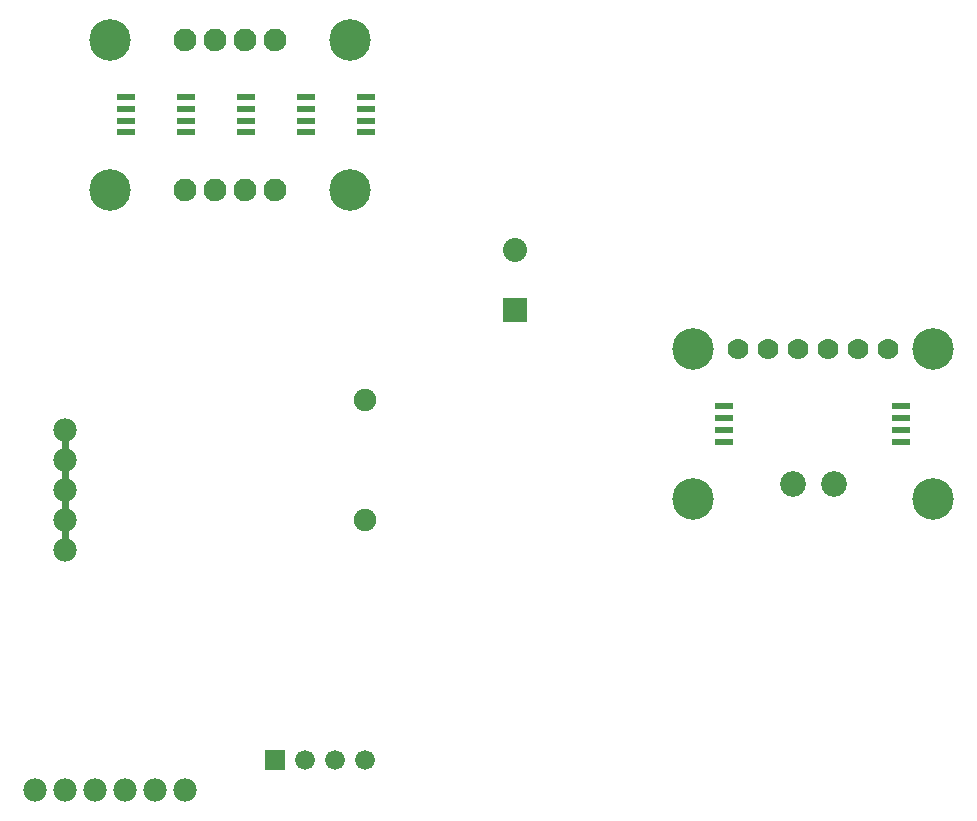
<source format=gbl>
G04 MADE WITH FRITZING*
G04 WWW.FRITZING.ORG*
G04 DOUBLE SIDED*
G04 HOLES PLATED*
G04 CONTOUR ON CENTER OF CONTOUR VECTOR*
%ASAXBY*%
%FSLAX23Y23*%
%MOIN*%
%OFA0B0*%
%SFA1.0B1.0*%
%ADD10C,0.078000*%
%ADD11C,0.075000*%
%ADD12C,0.080000*%
%ADD13C,0.070000*%
%ADD14C,0.138425*%
%ADD15C,0.086000*%
%ADD16C,0.076000*%
%ADD17C,0.066000*%
%ADD18R,0.079986X0.080000*%
%ADD19R,0.061024X0.023622*%
%ADD20R,0.066000X0.066000*%
%ADD21C,0.024000*%
%LNCOPPER0*%
G90*
G70*
G54D10*
X353Y1419D03*
X353Y1319D03*
X353Y1219D03*
X353Y1119D03*
X353Y1019D03*
X753Y219D03*
X653Y219D03*
X553Y219D03*
X453Y219D03*
X353Y219D03*
X253Y219D03*
G54D11*
X1353Y1119D03*
X1353Y1519D03*
G54D12*
X1853Y1819D03*
X1853Y2019D03*
G54D13*
X2797Y1688D03*
G54D14*
X2447Y1688D03*
G54D13*
X2597Y1688D03*
G54D14*
X2447Y1188D03*
G54D15*
X2780Y1238D03*
G54D13*
X2697Y1688D03*
G54D14*
X3247Y1188D03*
X3247Y1688D03*
G54D13*
X3097Y1688D03*
G54D15*
X2918Y1238D03*
G54D13*
X2997Y1688D03*
X2897Y1688D03*
G54D16*
X1053Y2219D03*
X753Y2719D03*
G54D14*
X1303Y2719D03*
G54D16*
X953Y2719D03*
X853Y2219D03*
G54D14*
X1303Y2219D03*
G54D16*
X1053Y2719D03*
X853Y2719D03*
X753Y2219D03*
X953Y2219D03*
G54D14*
X503Y2719D03*
X503Y2219D03*
G54D17*
X1353Y319D03*
X1053Y319D03*
X1153Y319D03*
X1253Y319D03*
G54D18*
X1853Y1819D03*
G54D19*
X2551Y1498D03*
X2551Y1458D03*
X2551Y1419D03*
X2551Y1379D03*
X3141Y1379D03*
X3141Y1419D03*
X3141Y1458D03*
X3141Y1498D03*
X755Y2449D03*
X955Y2449D03*
X755Y2488D03*
X755Y2528D03*
X1155Y2410D03*
X955Y2528D03*
X1155Y2449D03*
X1155Y2488D03*
X1155Y2528D03*
X1355Y2410D03*
X955Y2488D03*
X1355Y2449D03*
X1355Y2488D03*
X1355Y2528D03*
X555Y2410D03*
X555Y2449D03*
X555Y2488D03*
X555Y2528D03*
X955Y2410D03*
X755Y2410D03*
G54D20*
X1053Y319D03*
G54D21*
X353Y1338D02*
X353Y1400D01*
D02*
X353Y1238D02*
X353Y1300D01*
D02*
X353Y1138D02*
X353Y1200D01*
D02*
X353Y1038D02*
X353Y1100D01*
G04 End of Copper0*
M02*
</source>
